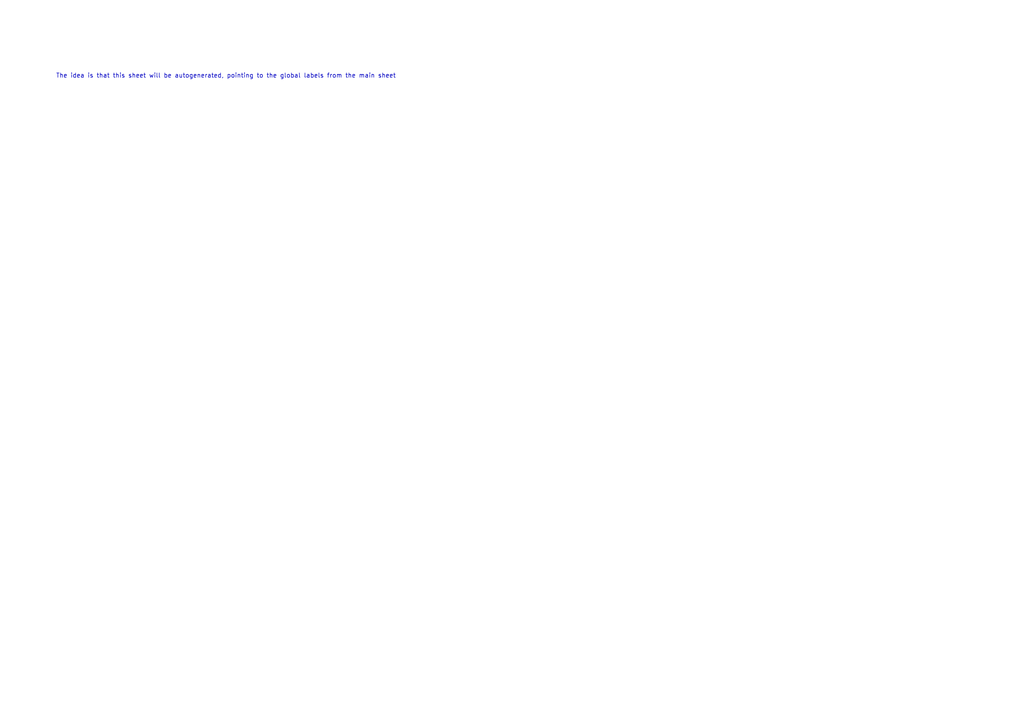
<source format=kicad_sch>
(kicad_sch
	(version 20250114)
	(generator "eeschema")
	(generator_version "9.0")
	(uuid "b8ffc50d-96a4-460a-b9a9-f0ce5af92e36")
	(paper "A4")
	(lib_symbols)
	(text "The idea is that this sheet will be autogenerated, pointing to the global labels from the main sheet"
		(exclude_from_sim no)
		(at 65.532 22.098 0)
		(effects
			(font
				(size 1.27 1.27)
			)
		)
		(uuid "a3394782-a060-462e-b7fa-95b9b0d71917")
	)
)

</source>
